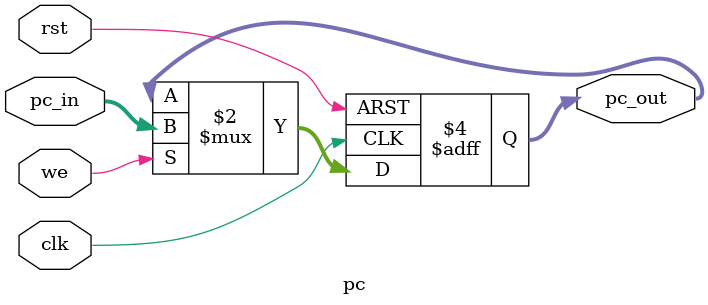
<source format=v>
`timescale 1ns / 1ps


module pc #(parameter WIDTH = 32)
    (input  clk,rst,we, //enable
    input   [WIDTH-1:0] pc_in,
    output  reg [WIDTH-1:0] pc_out
    );

    always @(posedge clk, posedge rst)
        if(rst)
            pc_out <= 0;
        else if(we)
            pc_out <= pc_in;

endmodule

</source>
